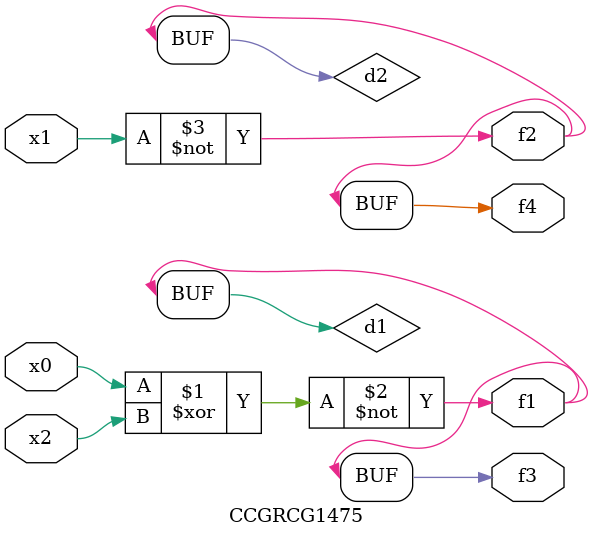
<source format=v>
module CCGRCG1475(
	input x0, x1, x2,
	output f1, f2, f3, f4
);

	wire d1, d2, d3;

	xnor (d1, x0, x2);
	nand (d2, x1);
	nor (d3, x1, x2);
	assign f1 = d1;
	assign f2 = d2;
	assign f3 = d1;
	assign f4 = d2;
endmodule

</source>
